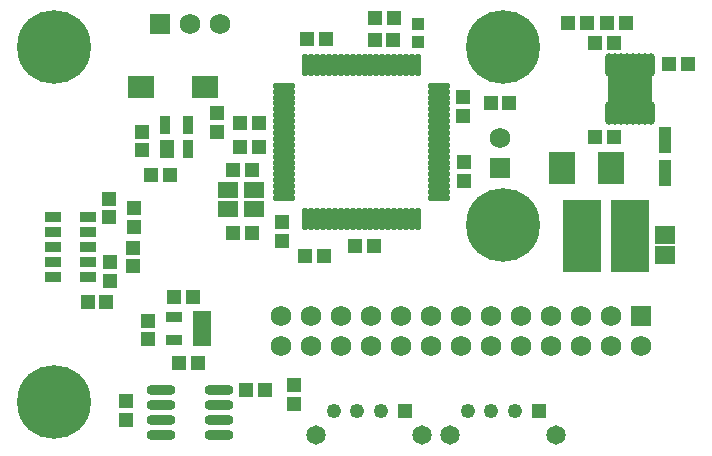
<source format=gts>
%FSDAX24Y24*%
%MOIN*%
%SFA1B1*%

%IPPOS*%
%ADD58R,0.035400X0.063000*%
%ADD59R,0.051200X0.063000*%
%ADD60O,0.021700X0.076800*%
%ADD61O,0.076800X0.021700*%
%ADD62R,0.049200X0.047200*%
%ADD63R,0.047200X0.049200*%
%ADD64R,0.049200X0.049200*%
%ADD65R,0.065000X0.055100*%
%ADD66R,0.049200X0.049200*%
%ADD67R,0.145700X0.090600*%
%ADD68O,0.027600X0.078700*%
%ADD69R,0.041300X0.088600*%
%ADD70R,0.068900X0.059100*%
%ADD71R,0.088600X0.072800*%
%ADD72R,0.057100X0.037400*%
%ADD73O,0.096500X0.033500*%
%ADD74R,0.059100X0.039400*%
%ADD75R,0.053200X0.033500*%
%ADD76R,0.041300X0.041300*%
%ADD77R,0.088600X0.108300*%
%ADD78R,0.126000X0.242100*%
%ADD79C,0.065000*%
%ADD80C,0.049200*%
%ADD81R,0.068900X0.068900*%
%ADD82C,0.068900*%
%ADD83R,0.068900X0.068900*%
%ADD84C,0.246100*%
%LNmsb-1*%
%LPD*%
G54D58*
X025321Y021870D03*
X026077D03*
Y021063D03*
G54D59*
X025400Y021063D03*
G54D60*
X030000Y023878D03*
X030197D03*
X030394D03*
X030591D03*
X030787D03*
X030984D03*
X031181D03*
X031378D03*
X031575D03*
X031772D03*
X031969D03*
X032165D03*
X032362D03*
X032559D03*
X032756D03*
X032953D03*
X033150D03*
X033346D03*
X033543D03*
X033740D03*
Y018720D03*
X033543D03*
X033346D03*
X033150D03*
X032953D03*
X032756D03*
X032559D03*
X032362D03*
X032165D03*
X031969D03*
X031772D03*
X031575D03*
X031378D03*
X031181D03*
X030984D03*
X030787D03*
X030591D03*
X030394D03*
X030197D03*
X030000D03*
G54D61*
X034449Y023169D03*
Y022972D03*
Y022776D03*
Y022579D03*
Y022382D03*
Y022185D03*
Y021988D03*
Y021791D03*
Y021594D03*
Y021398D03*
Y021201D03*
Y021004D03*
Y020807D03*
Y020610D03*
Y020413D03*
Y020217D03*
Y020020D03*
Y019823D03*
Y019626D03*
Y019429D03*
X029291D03*
Y019626D03*
Y019823D03*
Y020020D03*
Y020217D03*
Y020413D03*
Y020610D03*
Y020807D03*
Y021004D03*
Y021201D03*
Y021398D03*
Y021594D03*
Y021791D03*
Y021988D03*
Y022185D03*
Y022382D03*
Y022579D03*
Y022776D03*
Y022972D03*
Y023169D03*
G54D62*
X028445Y021122D03*
X027815D03*
X024843Y020187D03*
X025472D03*
X027815Y021919D03*
X028445D03*
X027579Y020364D03*
X028209D03*
X028219Y018268D03*
X027589D03*
X030620Y017480D03*
X029990D03*
X031644Y017844D03*
X032274D03*
X039665Y024596D03*
X040295D03*
X032933Y024695D03*
X032303D03*
X030059Y024715D03*
X030689D03*
X039646Y021467D03*
X040276D03*
G54D63*
X024547Y021014D03*
Y021644D03*
X029232Y017992D03*
Y018622D03*
X035276Y020640D03*
Y020010D03*
X024026Y012657D03*
Y012028D03*
X024764Y014715D03*
Y015344D03*
X035266Y022805D03*
Y022175D03*
G54D64*
X027047Y022254D03*
Y021624D03*
X023465Y018780D03*
Y019409D03*
X024272Y018465D03*
Y019094D03*
X024252Y017776D03*
Y017146D03*
X029626Y013179D03*
Y012549D03*
X023494Y017283D03*
Y016654D03*
G54D65*
X028297Y019685D03*
X027431D03*
Y019055D03*
X028297D03*
G54D66*
X040039Y025256D03*
X040669D03*
X038760D03*
X039390D03*
X042736Y023898D03*
X042106D03*
X036801Y022608D03*
X036171D03*
X022736Y015965D03*
X023366D03*
X028652Y013022D03*
X028022D03*
X026407Y013927D03*
X025778D03*
X026250Y016112D03*
X025620D03*
X032953Y025433D03*
X032323D03*
X033307Y012343D03*
X037776D03*
G54D67*
X040817Y023061D03*
G54D68*
X041506Y023868D03*
X041309D03*
X041112D03*
X040915D03*
X040718D03*
X040522D03*
X040325D03*
X040128D03*
X041506Y022254D03*
X041309D03*
X041112D03*
X040915D03*
X040718D03*
X040522D03*
X040325D03*
X040128D03*
G54D69*
X041998Y020266D03*
Y021368D03*
G54D70*
X041988Y018203D03*
Y017514D03*
G54D71*
X024518Y023140D03*
X026644D03*
G54D72*
X022736Y016782D03*
Y017281D03*
Y017781D03*
Y018280D03*
Y018780D03*
X021594Y016782D03*
Y017281D03*
Y017781D03*
Y018280D03*
Y018780D03*
G54D73*
X027106Y011524D03*
Y012024D03*
Y012524D03*
Y013024D03*
X025197Y011524D03*
Y012024D03*
Y012524D03*
Y013024D03*
G54D74*
X026555Y014705D03*
Y015079D03*
Y015453D03*
G54D75*
X025610Y015453D03*
Y014705D03*
G54D76*
X033740Y024626D03*
Y025217D03*
G54D77*
X038563Y020443D03*
X040177D03*
G54D78*
X040817Y018169D03*
X039222D03*
G54D79*
X033898Y011516D03*
X030354D03*
X038366D03*
X034823D03*
G54D80*
X032520Y012343D03*
X031732D03*
X030945D03*
X036988D03*
X036201D03*
X035413D03*
G54D81*
X025148Y025236D03*
X041191Y015482D03*
G54D82*
X026148Y025236D03*
X027148D03*
X036476Y021443D03*
X029191Y014482D03*
Y015482D03*
X030191Y014482D03*
Y015482D03*
X031191Y014482D03*
Y015482D03*
X032191Y014482D03*
Y015482D03*
X033191Y014482D03*
Y015482D03*
X034191Y014482D03*
Y015482D03*
X035191Y014482D03*
Y015482D03*
X036191Y014482D03*
Y015482D03*
X037191Y014482D03*
Y015482D03*
X038191Y014482D03*
Y015482D03*
X039191Y014482D03*
Y015482D03*
X040191Y014482D03*
Y015482D03*
X041191Y014482D03*
G54D83*
X036476Y020443D03*
G54D84*
X021614Y024449D03*
X036575D03*
Y018543D03*
X021614Y012638D03*
M02*
</source>
